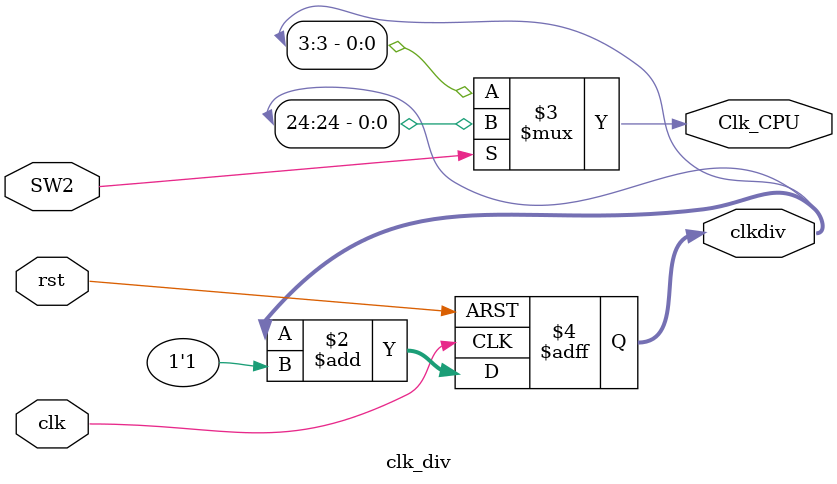
<source format=v>
`timescale 1ns / 1ps
module clk_div(input clk,
					input rst,
					input SW2,
					output reg[31:0]clkdiv,
					output Clk_CPU
					);
					
// Clock divider-ʱ�ӷ�Ƶ��


	always @ (posedge clk or posedge rst) begin 
		if (rst) clkdiv <= 0; else clkdiv <= clkdiv + 1'b1; end
		
	assign Clk_CPU=(SW2)? clkdiv[24] : clkdiv[3];
		
endmodule

</source>
